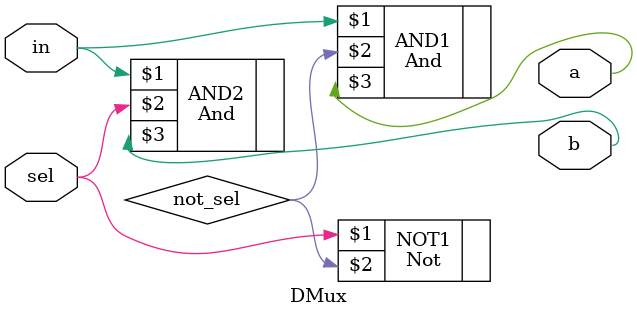
<source format=v>
/**
 * Demultiplexor:
 * {a, b} = {in, 0} if sel == 0
 *          {0, in} if sel == 1
 */

`default_nettype none
module DMux(
	input in,
	input sel,
    output a,
	output b
);

	// Put your code here:
	// a = in & ~sel
	// b = in & sel
	wire not_sel;

	Not NOT1(sel, not_sel);
	And AND1(in, not_sel, a);
	And AND2(in, sel, b);

endmodule

</source>
